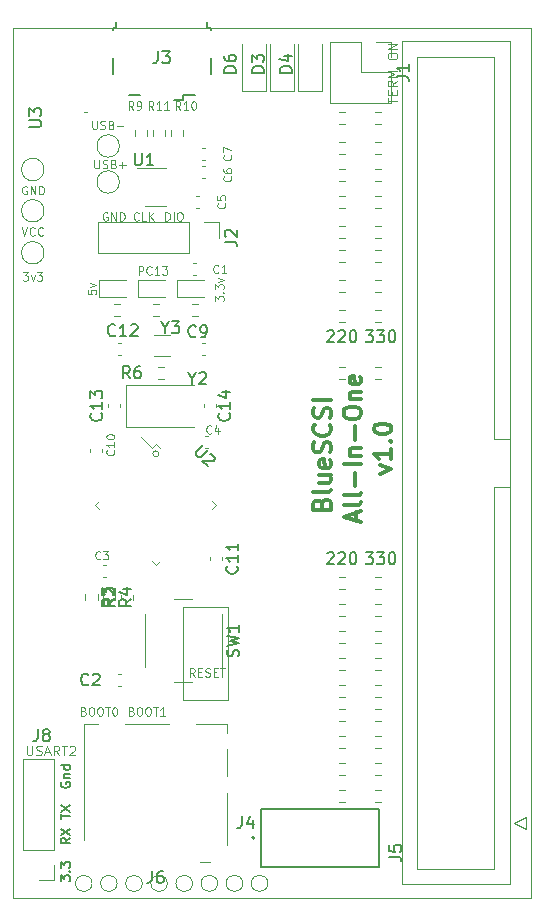
<source format=gbr>
%TF.GenerationSoftware,KiCad,Pcbnew,(5.1.7-0-10_14)*%
%TF.CreationDate,2021-05-27T20:48:50-05:00*%
%TF.ProjectId,bluepill_scsi,626c7565-7069-46c6-9c5f-736373692e6b,rev?*%
%TF.SameCoordinates,Original*%
%TF.FileFunction,Legend,Top*%
%TF.FilePolarity,Positive*%
%FSLAX46Y46*%
G04 Gerber Fmt 4.6, Leading zero omitted, Abs format (unit mm)*
G04 Created by KiCad (PCBNEW (5.1.7-0-10_14)) date 2021-05-27 20:48:50*
%MOMM*%
%LPD*%
G01*
G04 APERTURE LIST*
%ADD10C,0.100000*%
%ADD11C,0.120000*%
%ADD12C,0.150000*%
%TA.AperFunction,Profile*%
%ADD13C,0.050000*%
%TD*%
%ADD14C,0.300000*%
%ADD15C,0.127000*%
%ADD16C,0.200000*%
G04 APERTURE END LIST*
D10*
X72263066Y-89007200D02*
X72196400Y-88973866D01*
X72096400Y-88973866D01*
X71996400Y-89007200D01*
X71929733Y-89073866D01*
X71896400Y-89140533D01*
X71863066Y-89273866D01*
X71863066Y-89373866D01*
X71896400Y-89507200D01*
X71929733Y-89573866D01*
X71996400Y-89640533D01*
X72096400Y-89673866D01*
X72163066Y-89673866D01*
X72263066Y-89640533D01*
X72296400Y-89607200D01*
X72296400Y-89373866D01*
X72163066Y-89373866D01*
X72596400Y-89673866D02*
X72596400Y-88973866D01*
X72996400Y-89673866D01*
X72996400Y-88973866D01*
X73329733Y-89673866D02*
X73329733Y-88973866D01*
X73496400Y-88973866D01*
X73596400Y-89007200D01*
X73663066Y-89073866D01*
X73696400Y-89140533D01*
X73729733Y-89273866D01*
X73729733Y-89373866D01*
X73696400Y-89507200D01*
X73663066Y-89573866D01*
X73596400Y-89640533D01*
X73496400Y-89673866D01*
X73329733Y-89673866D01*
D11*
X83439000Y-111633000D02*
G75*
G03*
X83439000Y-111633000I-254000J0D01*
G01*
D10*
X77804333Y-83436666D02*
X77804333Y-84003333D01*
X77837666Y-84070000D01*
X77871000Y-84103333D01*
X77937666Y-84136666D01*
X78071000Y-84136666D01*
X78137666Y-84103333D01*
X78171000Y-84070000D01*
X78204333Y-84003333D01*
X78204333Y-83436666D01*
X78504333Y-84103333D02*
X78604333Y-84136666D01*
X78771000Y-84136666D01*
X78837666Y-84103333D01*
X78871000Y-84070000D01*
X78904333Y-84003333D01*
X78904333Y-83936666D01*
X78871000Y-83870000D01*
X78837666Y-83836666D01*
X78771000Y-83803333D01*
X78637666Y-83770000D01*
X78571000Y-83736666D01*
X78537666Y-83703333D01*
X78504333Y-83636666D01*
X78504333Y-83570000D01*
X78537666Y-83503333D01*
X78571000Y-83470000D01*
X78637666Y-83436666D01*
X78804333Y-83436666D01*
X78904333Y-83470000D01*
X79437666Y-83770000D02*
X79537666Y-83803333D01*
X79571000Y-83836666D01*
X79604333Y-83903333D01*
X79604333Y-84003333D01*
X79571000Y-84070000D01*
X79537666Y-84103333D01*
X79471000Y-84136666D01*
X79204333Y-84136666D01*
X79204333Y-83436666D01*
X79437666Y-83436666D01*
X79504333Y-83470000D01*
X79537666Y-83503333D01*
X79571000Y-83570000D01*
X79571000Y-83636666D01*
X79537666Y-83703333D01*
X79504333Y-83736666D01*
X79437666Y-83770000D01*
X79204333Y-83770000D01*
X79904333Y-83870000D02*
X80437666Y-83870000D01*
X77994833Y-86764066D02*
X77994833Y-87330733D01*
X78028166Y-87397400D01*
X78061500Y-87430733D01*
X78128166Y-87464066D01*
X78261500Y-87464066D01*
X78328166Y-87430733D01*
X78361500Y-87397400D01*
X78394833Y-87330733D01*
X78394833Y-86764066D01*
X78694833Y-87430733D02*
X78794833Y-87464066D01*
X78961500Y-87464066D01*
X79028166Y-87430733D01*
X79061500Y-87397400D01*
X79094833Y-87330733D01*
X79094833Y-87264066D01*
X79061500Y-87197400D01*
X79028166Y-87164066D01*
X78961500Y-87130733D01*
X78828166Y-87097400D01*
X78761500Y-87064066D01*
X78728166Y-87030733D01*
X78694833Y-86964066D01*
X78694833Y-86897400D01*
X78728166Y-86830733D01*
X78761500Y-86797400D01*
X78828166Y-86764066D01*
X78994833Y-86764066D01*
X79094833Y-86797400D01*
X79628166Y-87097400D02*
X79728166Y-87130733D01*
X79761500Y-87164066D01*
X79794833Y-87230733D01*
X79794833Y-87330733D01*
X79761500Y-87397400D01*
X79728166Y-87430733D01*
X79661500Y-87464066D01*
X79394833Y-87464066D01*
X79394833Y-86764066D01*
X79628166Y-86764066D01*
X79694833Y-86797400D01*
X79728166Y-86830733D01*
X79761500Y-86897400D01*
X79761500Y-86964066D01*
X79728166Y-87030733D01*
X79694833Y-87064066D01*
X79628166Y-87097400D01*
X79394833Y-87097400D01*
X80094833Y-87197400D02*
X80628166Y-87197400D01*
X80361500Y-87464066D02*
X80361500Y-86930733D01*
X71837666Y-92453666D02*
X72071000Y-93153666D01*
X72304333Y-92453666D01*
X72937666Y-93087000D02*
X72904333Y-93120333D01*
X72804333Y-93153666D01*
X72737666Y-93153666D01*
X72637666Y-93120333D01*
X72571000Y-93053666D01*
X72537666Y-92987000D01*
X72504333Y-92853666D01*
X72504333Y-92753666D01*
X72537666Y-92620333D01*
X72571000Y-92553666D01*
X72637666Y-92487000D01*
X72737666Y-92453666D01*
X72804333Y-92453666D01*
X72904333Y-92487000D01*
X72937666Y-92520333D01*
X73637666Y-93087000D02*
X73604333Y-93120333D01*
X73504333Y-93153666D01*
X73437666Y-93153666D01*
X73337666Y-93120333D01*
X73271000Y-93053666D01*
X73237666Y-92987000D01*
X73204333Y-92853666D01*
X73204333Y-92753666D01*
X73237666Y-92620333D01*
X73271000Y-92553666D01*
X73337666Y-92487000D01*
X73437666Y-92453666D01*
X73504333Y-92453666D01*
X73604333Y-92487000D01*
X73637666Y-92520333D01*
X71937666Y-96263666D02*
X72371000Y-96263666D01*
X72137666Y-96530333D01*
X72237666Y-96530333D01*
X72304333Y-96563666D01*
X72337666Y-96597000D01*
X72371000Y-96663666D01*
X72371000Y-96830333D01*
X72337666Y-96897000D01*
X72304333Y-96930333D01*
X72237666Y-96963666D01*
X72037666Y-96963666D01*
X71971000Y-96930333D01*
X71937666Y-96897000D01*
X72604333Y-96497000D02*
X72771000Y-96963666D01*
X72937666Y-96497000D01*
X73137666Y-96263666D02*
X73571000Y-96263666D01*
X73337666Y-96530333D01*
X73437666Y-96530333D01*
X73504333Y-96563666D01*
X73537666Y-96597000D01*
X73571000Y-96663666D01*
X73571000Y-96830333D01*
X73537666Y-96897000D01*
X73504333Y-96930333D01*
X73437666Y-96963666D01*
X73237666Y-96963666D01*
X73171000Y-96930333D01*
X73137666Y-96897000D01*
X77075666Y-133427000D02*
X77175666Y-133460333D01*
X77209000Y-133493666D01*
X77242333Y-133560333D01*
X77242333Y-133660333D01*
X77209000Y-133727000D01*
X77175666Y-133760333D01*
X77109000Y-133793666D01*
X76842333Y-133793666D01*
X76842333Y-133093666D01*
X77075666Y-133093666D01*
X77142333Y-133127000D01*
X77175666Y-133160333D01*
X77209000Y-133227000D01*
X77209000Y-133293666D01*
X77175666Y-133360333D01*
X77142333Y-133393666D01*
X77075666Y-133427000D01*
X76842333Y-133427000D01*
X77675666Y-133093666D02*
X77809000Y-133093666D01*
X77875666Y-133127000D01*
X77942333Y-133193666D01*
X77975666Y-133327000D01*
X77975666Y-133560333D01*
X77942333Y-133693666D01*
X77875666Y-133760333D01*
X77809000Y-133793666D01*
X77675666Y-133793666D01*
X77609000Y-133760333D01*
X77542333Y-133693666D01*
X77509000Y-133560333D01*
X77509000Y-133327000D01*
X77542333Y-133193666D01*
X77609000Y-133127000D01*
X77675666Y-133093666D01*
X78409000Y-133093666D02*
X78542333Y-133093666D01*
X78609000Y-133127000D01*
X78675666Y-133193666D01*
X78709000Y-133327000D01*
X78709000Y-133560333D01*
X78675666Y-133693666D01*
X78609000Y-133760333D01*
X78542333Y-133793666D01*
X78409000Y-133793666D01*
X78342333Y-133760333D01*
X78275666Y-133693666D01*
X78242333Y-133560333D01*
X78242333Y-133327000D01*
X78275666Y-133193666D01*
X78342333Y-133127000D01*
X78409000Y-133093666D01*
X78909000Y-133093666D02*
X79309000Y-133093666D01*
X79109000Y-133793666D02*
X79109000Y-133093666D01*
X79675666Y-133093666D02*
X79742333Y-133093666D01*
X79809000Y-133127000D01*
X79842333Y-133160333D01*
X79875666Y-133227000D01*
X79909000Y-133360333D01*
X79909000Y-133527000D01*
X79875666Y-133660333D01*
X79842333Y-133727000D01*
X79809000Y-133760333D01*
X79742333Y-133793666D01*
X79675666Y-133793666D01*
X79609000Y-133760333D01*
X79575666Y-133727000D01*
X79542333Y-133660333D01*
X79509000Y-133527000D01*
X79509000Y-133360333D01*
X79542333Y-133227000D01*
X79575666Y-133160333D01*
X79609000Y-133127000D01*
X79675666Y-133093666D01*
X81139666Y-133427000D02*
X81239666Y-133460333D01*
X81273000Y-133493666D01*
X81306333Y-133560333D01*
X81306333Y-133660333D01*
X81273000Y-133727000D01*
X81239666Y-133760333D01*
X81173000Y-133793666D01*
X80906333Y-133793666D01*
X80906333Y-133093666D01*
X81139666Y-133093666D01*
X81206333Y-133127000D01*
X81239666Y-133160333D01*
X81273000Y-133227000D01*
X81273000Y-133293666D01*
X81239666Y-133360333D01*
X81206333Y-133393666D01*
X81139666Y-133427000D01*
X80906333Y-133427000D01*
X81739666Y-133093666D02*
X81873000Y-133093666D01*
X81939666Y-133127000D01*
X82006333Y-133193666D01*
X82039666Y-133327000D01*
X82039666Y-133560333D01*
X82006333Y-133693666D01*
X81939666Y-133760333D01*
X81873000Y-133793666D01*
X81739666Y-133793666D01*
X81673000Y-133760333D01*
X81606333Y-133693666D01*
X81573000Y-133560333D01*
X81573000Y-133327000D01*
X81606333Y-133193666D01*
X81673000Y-133127000D01*
X81739666Y-133093666D01*
X82473000Y-133093666D02*
X82606333Y-133093666D01*
X82673000Y-133127000D01*
X82739666Y-133193666D01*
X82773000Y-133327000D01*
X82773000Y-133560333D01*
X82739666Y-133693666D01*
X82673000Y-133760333D01*
X82606333Y-133793666D01*
X82473000Y-133793666D01*
X82406333Y-133760333D01*
X82339666Y-133693666D01*
X82306333Y-133560333D01*
X82306333Y-133327000D01*
X82339666Y-133193666D01*
X82406333Y-133127000D01*
X82473000Y-133093666D01*
X82973000Y-133093666D02*
X83373000Y-133093666D01*
X83173000Y-133793666D02*
X83173000Y-133093666D01*
X83973000Y-133793666D02*
X83573000Y-133793666D01*
X83773000Y-133793666D02*
X83773000Y-133093666D01*
X83706333Y-133193666D01*
X83639666Y-133260333D01*
X83573000Y-133293666D01*
D11*
X85471000Y-132461000D02*
X89281000Y-132461000D01*
X85471000Y-132461000D02*
X85471000Y-124587000D01*
X89281000Y-124587000D02*
X89281000Y-132461000D01*
X85471000Y-124587000D02*
X89281000Y-124587000D01*
D10*
X86486333Y-130491666D02*
X86253000Y-130158333D01*
X86086333Y-130491666D02*
X86086333Y-129791666D01*
X86353000Y-129791666D01*
X86419666Y-129825000D01*
X86453000Y-129858333D01*
X86486333Y-129925000D01*
X86486333Y-130025000D01*
X86453000Y-130091666D01*
X86419666Y-130125000D01*
X86353000Y-130158333D01*
X86086333Y-130158333D01*
X86786333Y-130125000D02*
X87019666Y-130125000D01*
X87119666Y-130491666D02*
X86786333Y-130491666D01*
X86786333Y-129791666D01*
X87119666Y-129791666D01*
X87386333Y-130458333D02*
X87486333Y-130491666D01*
X87653000Y-130491666D01*
X87719666Y-130458333D01*
X87753000Y-130425000D01*
X87786333Y-130358333D01*
X87786333Y-130291666D01*
X87753000Y-130225000D01*
X87719666Y-130191666D01*
X87653000Y-130158333D01*
X87519666Y-130125000D01*
X87453000Y-130091666D01*
X87419666Y-130058333D01*
X87386333Y-129991666D01*
X87386333Y-129925000D01*
X87419666Y-129858333D01*
X87453000Y-129825000D01*
X87519666Y-129791666D01*
X87686333Y-129791666D01*
X87786333Y-129825000D01*
X88086333Y-130125000D02*
X88319666Y-130125000D01*
X88419666Y-130491666D02*
X88086333Y-130491666D01*
X88086333Y-129791666D01*
X88419666Y-129791666D01*
X88619666Y-129791666D02*
X89019666Y-129791666D01*
X88819666Y-130491666D02*
X88819666Y-129791666D01*
X79095666Y-91217000D02*
X79029000Y-91183666D01*
X78929000Y-91183666D01*
X78829000Y-91217000D01*
X78762333Y-91283666D01*
X78729000Y-91350333D01*
X78695666Y-91483666D01*
X78695666Y-91583666D01*
X78729000Y-91717000D01*
X78762333Y-91783666D01*
X78829000Y-91850333D01*
X78929000Y-91883666D01*
X78995666Y-91883666D01*
X79095666Y-91850333D01*
X79129000Y-91817000D01*
X79129000Y-91583666D01*
X78995666Y-91583666D01*
X79429000Y-91883666D02*
X79429000Y-91183666D01*
X79829000Y-91883666D01*
X79829000Y-91183666D01*
X80162333Y-91883666D02*
X80162333Y-91183666D01*
X80329000Y-91183666D01*
X80429000Y-91217000D01*
X80495666Y-91283666D01*
X80529000Y-91350333D01*
X80562333Y-91483666D01*
X80562333Y-91583666D01*
X80529000Y-91717000D01*
X80495666Y-91783666D01*
X80429000Y-91850333D01*
X80329000Y-91883666D01*
X80162333Y-91883666D01*
X83992333Y-91883666D02*
X83992333Y-91183666D01*
X84159000Y-91183666D01*
X84259000Y-91217000D01*
X84325666Y-91283666D01*
X84359000Y-91350333D01*
X84392333Y-91483666D01*
X84392333Y-91583666D01*
X84359000Y-91717000D01*
X84325666Y-91783666D01*
X84259000Y-91850333D01*
X84159000Y-91883666D01*
X83992333Y-91883666D01*
X84692333Y-91883666D02*
X84692333Y-91183666D01*
X85159000Y-91183666D02*
X85292333Y-91183666D01*
X85359000Y-91217000D01*
X85425666Y-91283666D01*
X85459000Y-91417000D01*
X85459000Y-91650333D01*
X85425666Y-91783666D01*
X85359000Y-91850333D01*
X85292333Y-91883666D01*
X85159000Y-91883666D01*
X85092333Y-91850333D01*
X85025666Y-91783666D01*
X84992333Y-91650333D01*
X84992333Y-91417000D01*
X85025666Y-91283666D01*
X85092333Y-91217000D01*
X85159000Y-91183666D01*
X81752333Y-91817000D02*
X81719000Y-91850333D01*
X81619000Y-91883666D01*
X81552333Y-91883666D01*
X81452333Y-91850333D01*
X81385666Y-91783666D01*
X81352333Y-91717000D01*
X81319000Y-91583666D01*
X81319000Y-91483666D01*
X81352333Y-91350333D01*
X81385666Y-91283666D01*
X81452333Y-91217000D01*
X81552333Y-91183666D01*
X81619000Y-91183666D01*
X81719000Y-91217000D01*
X81752333Y-91250333D01*
X82385666Y-91883666D02*
X82052333Y-91883666D01*
X82052333Y-91183666D01*
X82619000Y-91883666D02*
X82619000Y-91183666D01*
X83019000Y-91883666D02*
X82719000Y-91483666D01*
X83019000Y-91183666D02*
X82619000Y-91583666D01*
D12*
X97694904Y-101274619D02*
X97742523Y-101227000D01*
X97837761Y-101179380D01*
X98075857Y-101179380D01*
X98171095Y-101227000D01*
X98218714Y-101274619D01*
X98266333Y-101369857D01*
X98266333Y-101465095D01*
X98218714Y-101607952D01*
X97647285Y-102179380D01*
X98266333Y-102179380D01*
X98647285Y-101274619D02*
X98694904Y-101227000D01*
X98790142Y-101179380D01*
X99028238Y-101179380D01*
X99123476Y-101227000D01*
X99171095Y-101274619D01*
X99218714Y-101369857D01*
X99218714Y-101465095D01*
X99171095Y-101607952D01*
X98599666Y-102179380D01*
X99218714Y-102179380D01*
X99837761Y-101179380D02*
X99933000Y-101179380D01*
X100028238Y-101227000D01*
X100075857Y-101274619D01*
X100123476Y-101369857D01*
X100171095Y-101560333D01*
X100171095Y-101798428D01*
X100123476Y-101988904D01*
X100075857Y-102084142D01*
X100028238Y-102131761D01*
X99933000Y-102179380D01*
X99837761Y-102179380D01*
X99742523Y-102131761D01*
X99694904Y-102084142D01*
X99647285Y-101988904D01*
X99599666Y-101798428D01*
X99599666Y-101560333D01*
X99647285Y-101369857D01*
X99694904Y-101274619D01*
X99742523Y-101227000D01*
X99837761Y-101179380D01*
X100949285Y-101179380D02*
X101568333Y-101179380D01*
X101235000Y-101560333D01*
X101377857Y-101560333D01*
X101473095Y-101607952D01*
X101520714Y-101655571D01*
X101568333Y-101750809D01*
X101568333Y-101988904D01*
X101520714Y-102084142D01*
X101473095Y-102131761D01*
X101377857Y-102179380D01*
X101092142Y-102179380D01*
X100996904Y-102131761D01*
X100949285Y-102084142D01*
X101901666Y-101179380D02*
X102520714Y-101179380D01*
X102187380Y-101560333D01*
X102330238Y-101560333D01*
X102425476Y-101607952D01*
X102473095Y-101655571D01*
X102520714Y-101750809D01*
X102520714Y-101988904D01*
X102473095Y-102084142D01*
X102425476Y-102131761D01*
X102330238Y-102179380D01*
X102044523Y-102179380D01*
X101949285Y-102131761D01*
X101901666Y-102084142D01*
X103139761Y-101179380D02*
X103235000Y-101179380D01*
X103330238Y-101227000D01*
X103377857Y-101274619D01*
X103425476Y-101369857D01*
X103473095Y-101560333D01*
X103473095Y-101798428D01*
X103425476Y-101988904D01*
X103377857Y-102084142D01*
X103330238Y-102131761D01*
X103235000Y-102179380D01*
X103139761Y-102179380D01*
X103044523Y-102131761D01*
X102996904Y-102084142D01*
X102949285Y-101988904D01*
X102901666Y-101798428D01*
X102901666Y-101560333D01*
X102949285Y-101369857D01*
X102996904Y-101274619D01*
X103044523Y-101227000D01*
X103139761Y-101179380D01*
D10*
X81731000Y-96455666D02*
X81731000Y-95755666D01*
X81997666Y-95755666D01*
X82064333Y-95789000D01*
X82097666Y-95822333D01*
X82131000Y-95889000D01*
X82131000Y-95989000D01*
X82097666Y-96055666D01*
X82064333Y-96089000D01*
X81997666Y-96122333D01*
X81731000Y-96122333D01*
X82831000Y-96389000D02*
X82797666Y-96422333D01*
X82697666Y-96455666D01*
X82631000Y-96455666D01*
X82531000Y-96422333D01*
X82464333Y-96355666D01*
X82431000Y-96289000D01*
X82397666Y-96155666D01*
X82397666Y-96055666D01*
X82431000Y-95922333D01*
X82464333Y-95855666D01*
X82531000Y-95789000D01*
X82631000Y-95755666D01*
X82697666Y-95755666D01*
X82797666Y-95789000D01*
X82831000Y-95822333D01*
X83497666Y-96455666D02*
X83097666Y-96455666D01*
X83297666Y-96455666D02*
X83297666Y-95755666D01*
X83231000Y-95855666D01*
X83164333Y-95922333D01*
X83097666Y-95955666D01*
X83731000Y-95755666D02*
X84164333Y-95755666D01*
X83931000Y-96022333D01*
X84031000Y-96022333D01*
X84097666Y-96055666D01*
X84131000Y-96089000D01*
X84164333Y-96155666D01*
X84164333Y-96322333D01*
X84131000Y-96389000D01*
X84097666Y-96422333D01*
X84031000Y-96455666D01*
X83831000Y-96455666D01*
X83764333Y-96422333D01*
X83731000Y-96389000D01*
X88224566Y-98713800D02*
X88224566Y-98280466D01*
X88491233Y-98513800D01*
X88491233Y-98413800D01*
X88524566Y-98347133D01*
X88557900Y-98313800D01*
X88624566Y-98280466D01*
X88791233Y-98280466D01*
X88857900Y-98313800D01*
X88891233Y-98347133D01*
X88924566Y-98413800D01*
X88924566Y-98613800D01*
X88891233Y-98680466D01*
X88857900Y-98713800D01*
X88857900Y-97980466D02*
X88891233Y-97947133D01*
X88924566Y-97980466D01*
X88891233Y-98013800D01*
X88857900Y-97980466D01*
X88924566Y-97980466D01*
X88224566Y-97713800D02*
X88224566Y-97280466D01*
X88491233Y-97513800D01*
X88491233Y-97413800D01*
X88524566Y-97347133D01*
X88557900Y-97313800D01*
X88624566Y-97280466D01*
X88791233Y-97280466D01*
X88857900Y-97313800D01*
X88891233Y-97347133D01*
X88924566Y-97413800D01*
X88924566Y-97613800D01*
X88891233Y-97680466D01*
X88857900Y-97713800D01*
X88457900Y-97047133D02*
X88924566Y-96880466D01*
X88457900Y-96713800D01*
X77416866Y-97763000D02*
X77416866Y-98096333D01*
X77750200Y-98129666D01*
X77716866Y-98096333D01*
X77683533Y-98029666D01*
X77683533Y-97863000D01*
X77716866Y-97796333D01*
X77750200Y-97763000D01*
X77816866Y-97729666D01*
X77983533Y-97729666D01*
X78050200Y-97763000D01*
X78083533Y-97796333D01*
X78116866Y-97863000D01*
X78116866Y-98029666D01*
X78083533Y-98096333D01*
X78050200Y-98129666D01*
X77650200Y-97496333D02*
X78116866Y-97329666D01*
X77650200Y-97163000D01*
X72256904Y-136340904D02*
X72256904Y-136988523D01*
X72295000Y-137064714D01*
X72333095Y-137102809D01*
X72409285Y-137140904D01*
X72561666Y-137140904D01*
X72637857Y-137102809D01*
X72675952Y-137064714D01*
X72714047Y-136988523D01*
X72714047Y-136340904D01*
X73056904Y-137102809D02*
X73171190Y-137140904D01*
X73361666Y-137140904D01*
X73437857Y-137102809D01*
X73475952Y-137064714D01*
X73514047Y-136988523D01*
X73514047Y-136912333D01*
X73475952Y-136836142D01*
X73437857Y-136798047D01*
X73361666Y-136759952D01*
X73209285Y-136721857D01*
X73133095Y-136683761D01*
X73095000Y-136645666D01*
X73056904Y-136569476D01*
X73056904Y-136493285D01*
X73095000Y-136417095D01*
X73133095Y-136379000D01*
X73209285Y-136340904D01*
X73399761Y-136340904D01*
X73514047Y-136379000D01*
X73818809Y-136912333D02*
X74199761Y-136912333D01*
X73742619Y-137140904D02*
X74009285Y-136340904D01*
X74275952Y-137140904D01*
X74999761Y-137140904D02*
X74733095Y-136759952D01*
X74542619Y-137140904D02*
X74542619Y-136340904D01*
X74847380Y-136340904D01*
X74923571Y-136379000D01*
X74961666Y-136417095D01*
X74999761Y-136493285D01*
X74999761Y-136607571D01*
X74961666Y-136683761D01*
X74923571Y-136721857D01*
X74847380Y-136759952D01*
X74542619Y-136759952D01*
X75228333Y-136340904D02*
X75685476Y-136340904D01*
X75456904Y-137140904D02*
X75456904Y-136340904D01*
X75914047Y-136417095D02*
X75952142Y-136379000D01*
X76028333Y-136340904D01*
X76218809Y-136340904D01*
X76295000Y-136379000D01*
X76333095Y-136417095D01*
X76371190Y-136493285D01*
X76371190Y-136569476D01*
X76333095Y-136683761D01*
X75875952Y-137140904D01*
X76371190Y-137140904D01*
D11*
X77343000Y-82677000D02*
X77089000Y-82677000D01*
D13*
X71755000Y-149225000D02*
X71120000Y-149225000D01*
X71120000Y-147955000D02*
X71120000Y-149225000D01*
X114935000Y-149225000D02*
X71755000Y-149225000D01*
X114935000Y-147955000D02*
X114935000Y-149225000D01*
D12*
X75126904Y-147827380D02*
X75126904Y-147332142D01*
X75431666Y-147598809D01*
X75431666Y-147484523D01*
X75469761Y-147408333D01*
X75507857Y-147370238D01*
X75584047Y-147332142D01*
X75774523Y-147332142D01*
X75850714Y-147370238D01*
X75888809Y-147408333D01*
X75926904Y-147484523D01*
X75926904Y-147713095D01*
X75888809Y-147789285D01*
X75850714Y-147827380D01*
X75850714Y-146989285D02*
X75888809Y-146951190D01*
X75926904Y-146989285D01*
X75888809Y-147027380D01*
X75850714Y-146989285D01*
X75926904Y-146989285D01*
X75126904Y-146684523D02*
X75126904Y-146189285D01*
X75431666Y-146455952D01*
X75431666Y-146341666D01*
X75469761Y-146265476D01*
X75507857Y-146227380D01*
X75584047Y-146189285D01*
X75774523Y-146189285D01*
X75850714Y-146227380D01*
X75888809Y-146265476D01*
X75926904Y-146341666D01*
X75926904Y-146570238D01*
X75888809Y-146646428D01*
X75850714Y-146684523D01*
X75926904Y-144170238D02*
X75545952Y-144436904D01*
X75926904Y-144627380D02*
X75126904Y-144627380D01*
X75126904Y-144322619D01*
X75165000Y-144246428D01*
X75203095Y-144208333D01*
X75279285Y-144170238D01*
X75393571Y-144170238D01*
X75469761Y-144208333D01*
X75507857Y-144246428D01*
X75545952Y-144322619D01*
X75545952Y-144627380D01*
X75126904Y-143903571D02*
X75926904Y-143370238D01*
X75126904Y-143370238D02*
X75926904Y-143903571D01*
X75126904Y-142570238D02*
X75126904Y-142113095D01*
X75926904Y-142341666D02*
X75126904Y-142341666D01*
X75126904Y-141922619D02*
X75926904Y-141389285D01*
X75126904Y-141389285D02*
X75926904Y-141922619D01*
X75165000Y-139446428D02*
X75126904Y-139522619D01*
X75126904Y-139636904D01*
X75165000Y-139751190D01*
X75241190Y-139827380D01*
X75317380Y-139865476D01*
X75469761Y-139903571D01*
X75584047Y-139903571D01*
X75736428Y-139865476D01*
X75812619Y-139827380D01*
X75888809Y-139751190D01*
X75926904Y-139636904D01*
X75926904Y-139560714D01*
X75888809Y-139446428D01*
X75850714Y-139408333D01*
X75584047Y-139408333D01*
X75584047Y-139560714D01*
X75393571Y-139065476D02*
X75926904Y-139065476D01*
X75469761Y-139065476D02*
X75431666Y-139027380D01*
X75393571Y-138951190D01*
X75393571Y-138836904D01*
X75431666Y-138760714D01*
X75507857Y-138722619D01*
X75926904Y-138722619D01*
X75926904Y-137998809D02*
X75126904Y-137998809D01*
X75888809Y-137998809D02*
X75926904Y-138075000D01*
X75926904Y-138227380D01*
X75888809Y-138303571D01*
X75850714Y-138341666D01*
X75774523Y-138379761D01*
X75545952Y-138379761D01*
X75469761Y-138341666D01*
X75431666Y-138303571D01*
X75393571Y-138227380D01*
X75393571Y-138075000D01*
X75431666Y-137998809D01*
X100949285Y-119975380D02*
X101568333Y-119975380D01*
X101235000Y-120356333D01*
X101377857Y-120356333D01*
X101473095Y-120403952D01*
X101520714Y-120451571D01*
X101568333Y-120546809D01*
X101568333Y-120784904D01*
X101520714Y-120880142D01*
X101473095Y-120927761D01*
X101377857Y-120975380D01*
X101092142Y-120975380D01*
X100996904Y-120927761D01*
X100949285Y-120880142D01*
X101901666Y-119975380D02*
X102520714Y-119975380D01*
X102187380Y-120356333D01*
X102330238Y-120356333D01*
X102425476Y-120403952D01*
X102473095Y-120451571D01*
X102520714Y-120546809D01*
X102520714Y-120784904D01*
X102473095Y-120880142D01*
X102425476Y-120927761D01*
X102330238Y-120975380D01*
X102044523Y-120975380D01*
X101949285Y-120927761D01*
X101901666Y-120880142D01*
X103139761Y-119975380D02*
X103235000Y-119975380D01*
X103330238Y-120023000D01*
X103377857Y-120070619D01*
X103425476Y-120165857D01*
X103473095Y-120356333D01*
X103473095Y-120594428D01*
X103425476Y-120784904D01*
X103377857Y-120880142D01*
X103330238Y-120927761D01*
X103235000Y-120975380D01*
X103139761Y-120975380D01*
X103044523Y-120927761D01*
X102996904Y-120880142D01*
X102949285Y-120784904D01*
X102901666Y-120594428D01*
X102901666Y-120356333D01*
X102949285Y-120165857D01*
X102996904Y-120070619D01*
X103044523Y-120023000D01*
X103139761Y-119975380D01*
X97694904Y-120070619D02*
X97742523Y-120023000D01*
X97837761Y-119975380D01*
X98075857Y-119975380D01*
X98171095Y-120023000D01*
X98218714Y-120070619D01*
X98266333Y-120165857D01*
X98266333Y-120261095D01*
X98218714Y-120403952D01*
X97647285Y-120975380D01*
X98266333Y-120975380D01*
X98647285Y-120070619D02*
X98694904Y-120023000D01*
X98790142Y-119975380D01*
X99028238Y-119975380D01*
X99123476Y-120023000D01*
X99171095Y-120070619D01*
X99218714Y-120165857D01*
X99218714Y-120261095D01*
X99171095Y-120403952D01*
X98599666Y-120975380D01*
X99218714Y-120975380D01*
X99837761Y-119975380D02*
X99933000Y-119975380D01*
X100028238Y-120023000D01*
X100075857Y-120070619D01*
X100123476Y-120165857D01*
X100171095Y-120356333D01*
X100171095Y-120594428D01*
X100123476Y-120784904D01*
X100075857Y-120880142D01*
X100028238Y-120927761D01*
X99933000Y-120975380D01*
X99837761Y-120975380D01*
X99742523Y-120927761D01*
X99694904Y-120880142D01*
X99647285Y-120784904D01*
X99599666Y-120594428D01*
X99599666Y-120356333D01*
X99647285Y-120165857D01*
X99694904Y-120070619D01*
X99742523Y-120023000D01*
X99837761Y-119975380D01*
D10*
X102812904Y-81965476D02*
X102812904Y-81508333D01*
X103612904Y-81736904D02*
X102812904Y-81736904D01*
X103193857Y-81241666D02*
X103193857Y-80975000D01*
X103612904Y-80860714D02*
X103612904Y-81241666D01*
X102812904Y-81241666D01*
X102812904Y-80860714D01*
X103612904Y-80060714D02*
X103231952Y-80327380D01*
X103612904Y-80517857D02*
X102812904Y-80517857D01*
X102812904Y-80213095D01*
X102851000Y-80136904D01*
X102889095Y-80098809D01*
X102965285Y-80060714D01*
X103079571Y-80060714D01*
X103155761Y-80098809D01*
X103193857Y-80136904D01*
X103231952Y-80213095D01*
X103231952Y-80517857D01*
X103612904Y-79717857D02*
X102812904Y-79717857D01*
X103384333Y-79451190D01*
X102812904Y-79184523D01*
X103612904Y-79184523D01*
X102812904Y-78041666D02*
X102812904Y-77889285D01*
X102851000Y-77813095D01*
X102927190Y-77736904D01*
X103079571Y-77698809D01*
X103346238Y-77698809D01*
X103498619Y-77736904D01*
X103574809Y-77813095D01*
X103612904Y-77889285D01*
X103612904Y-78041666D01*
X103574809Y-78117857D01*
X103498619Y-78194047D01*
X103346238Y-78232142D01*
X103079571Y-78232142D01*
X102927190Y-78194047D01*
X102851000Y-78117857D01*
X102812904Y-78041666D01*
X103612904Y-77355952D02*
X102812904Y-77355952D01*
X103612904Y-76898809D01*
X102812904Y-76898809D01*
D13*
X114935000Y-75565000D02*
X71120000Y-75565000D01*
X114935000Y-147955000D02*
X114935000Y-75565000D01*
X71120000Y-147955000D02*
X71120000Y-75565000D01*
D14*
X97253757Y-115877385D02*
X97325185Y-115663100D01*
X97396614Y-115591671D01*
X97539471Y-115520242D01*
X97753757Y-115520242D01*
X97896614Y-115591671D01*
X97968042Y-115663100D01*
X98039471Y-115805957D01*
X98039471Y-116377385D01*
X96539471Y-116377385D01*
X96539471Y-115877385D01*
X96610900Y-115734528D01*
X96682328Y-115663100D01*
X96825185Y-115591671D01*
X96968042Y-115591671D01*
X97110900Y-115663100D01*
X97182328Y-115734528D01*
X97253757Y-115877385D01*
X97253757Y-116377385D01*
X98039471Y-114663100D02*
X97968042Y-114805957D01*
X97825185Y-114877385D01*
X96539471Y-114877385D01*
X97039471Y-113448814D02*
X98039471Y-113448814D01*
X97039471Y-114091671D02*
X97825185Y-114091671D01*
X97968042Y-114020242D01*
X98039471Y-113877385D01*
X98039471Y-113663100D01*
X97968042Y-113520242D01*
X97896614Y-113448814D01*
X97968042Y-112163100D02*
X98039471Y-112305957D01*
X98039471Y-112591671D01*
X97968042Y-112734528D01*
X97825185Y-112805957D01*
X97253757Y-112805957D01*
X97110900Y-112734528D01*
X97039471Y-112591671D01*
X97039471Y-112305957D01*
X97110900Y-112163100D01*
X97253757Y-112091671D01*
X97396614Y-112091671D01*
X97539471Y-112805957D01*
X97968042Y-111520242D02*
X98039471Y-111305957D01*
X98039471Y-110948814D01*
X97968042Y-110805957D01*
X97896614Y-110734528D01*
X97753757Y-110663100D01*
X97610900Y-110663100D01*
X97468042Y-110734528D01*
X97396614Y-110805957D01*
X97325185Y-110948814D01*
X97253757Y-111234528D01*
X97182328Y-111377385D01*
X97110900Y-111448814D01*
X96968042Y-111520242D01*
X96825185Y-111520242D01*
X96682328Y-111448814D01*
X96610900Y-111377385D01*
X96539471Y-111234528D01*
X96539471Y-110877385D01*
X96610900Y-110663100D01*
X97896614Y-109163100D02*
X97968042Y-109234528D01*
X98039471Y-109448814D01*
X98039471Y-109591671D01*
X97968042Y-109805957D01*
X97825185Y-109948814D01*
X97682328Y-110020242D01*
X97396614Y-110091671D01*
X97182328Y-110091671D01*
X96896614Y-110020242D01*
X96753757Y-109948814D01*
X96610900Y-109805957D01*
X96539471Y-109591671D01*
X96539471Y-109448814D01*
X96610900Y-109234528D01*
X96682328Y-109163100D01*
X97968042Y-108591671D02*
X98039471Y-108377385D01*
X98039471Y-108020242D01*
X97968042Y-107877385D01*
X97896614Y-107805957D01*
X97753757Y-107734528D01*
X97610900Y-107734528D01*
X97468042Y-107805957D01*
X97396614Y-107877385D01*
X97325185Y-108020242D01*
X97253757Y-108305957D01*
X97182328Y-108448814D01*
X97110900Y-108520242D01*
X96968042Y-108591671D01*
X96825185Y-108591671D01*
X96682328Y-108520242D01*
X96610900Y-108448814D01*
X96539471Y-108305957D01*
X96539471Y-107948814D01*
X96610900Y-107734528D01*
X98039471Y-107091671D02*
X96539471Y-107091671D01*
X100160900Y-117305957D02*
X100160900Y-116591671D01*
X100589471Y-117448814D02*
X99089471Y-116948814D01*
X100589471Y-116448814D01*
X100589471Y-115734528D02*
X100518042Y-115877385D01*
X100375185Y-115948814D01*
X99089471Y-115948814D01*
X100589471Y-114948814D02*
X100518042Y-115091671D01*
X100375185Y-115163100D01*
X99089471Y-115163100D01*
X100018042Y-114377385D02*
X100018042Y-113234528D01*
X100589471Y-112520242D02*
X99089471Y-112520242D01*
X99589471Y-111805957D02*
X100589471Y-111805957D01*
X99732328Y-111805957D02*
X99660900Y-111734528D01*
X99589471Y-111591671D01*
X99589471Y-111377385D01*
X99660900Y-111234528D01*
X99803757Y-111163100D01*
X100589471Y-111163100D01*
X100018042Y-110448814D02*
X100018042Y-109305957D01*
X99089471Y-108305957D02*
X99089471Y-108020242D01*
X99160900Y-107877385D01*
X99303757Y-107734528D01*
X99589471Y-107663100D01*
X100089471Y-107663100D01*
X100375185Y-107734528D01*
X100518042Y-107877385D01*
X100589471Y-108020242D01*
X100589471Y-108305957D01*
X100518042Y-108448814D01*
X100375185Y-108591671D01*
X100089471Y-108663100D01*
X99589471Y-108663100D01*
X99303757Y-108591671D01*
X99160900Y-108448814D01*
X99089471Y-108305957D01*
X99589471Y-107020242D02*
X100589471Y-107020242D01*
X99732328Y-107020242D02*
X99660900Y-106948814D01*
X99589471Y-106805957D01*
X99589471Y-106591671D01*
X99660900Y-106448814D01*
X99803757Y-106377385D01*
X100589471Y-106377385D01*
X100518042Y-105091671D02*
X100589471Y-105234528D01*
X100589471Y-105520242D01*
X100518042Y-105663100D01*
X100375185Y-105734528D01*
X99803757Y-105734528D01*
X99660900Y-105663100D01*
X99589471Y-105520242D01*
X99589471Y-105234528D01*
X99660900Y-105091671D01*
X99803757Y-105020242D01*
X99946614Y-105020242D01*
X100089471Y-105734528D01*
X102139471Y-113305957D02*
X103139471Y-112948814D01*
X102139471Y-112591671D01*
X103139471Y-111234528D02*
X103139471Y-112091671D01*
X103139471Y-111663100D02*
X101639471Y-111663100D01*
X101853757Y-111805957D01*
X101996614Y-111948814D01*
X102068042Y-112091671D01*
X102996614Y-110591671D02*
X103068042Y-110520242D01*
X103139471Y-110591671D01*
X103068042Y-110663100D01*
X102996614Y-110591671D01*
X103139471Y-110591671D01*
X101639471Y-109591671D02*
X101639471Y-109448814D01*
X101710900Y-109305957D01*
X101782328Y-109234528D01*
X101925185Y-109163100D01*
X102210900Y-109091671D01*
X102568042Y-109091671D01*
X102853757Y-109163100D01*
X102996614Y-109234528D01*
X103068042Y-109305957D01*
X103139471Y-109448814D01*
X103139471Y-109591671D01*
X103068042Y-109734528D01*
X102996614Y-109805957D01*
X102853757Y-109877385D01*
X102568042Y-109948814D01*
X102210900Y-109948814D01*
X101925185Y-109877385D01*
X101782328Y-109805957D01*
X101710900Y-109734528D01*
X101639471Y-109591671D01*
D11*
%TO.C,TP14*%
X73721000Y-87566500D02*
G75*
G03*
X73721000Y-87566500I-950000J0D01*
G01*
%TO.C,J5*%
X114535000Y-142375000D02*
X113535000Y-142875000D01*
X114535000Y-143375000D02*
X114535000Y-142375000D01*
X113535000Y-142875000D02*
X114535000Y-143375000D01*
X111835000Y-110345000D02*
X113145000Y-110345000D01*
X111835000Y-110345000D02*
X111835000Y-110345000D01*
X111835000Y-78005000D02*
X111835000Y-110345000D01*
X105335000Y-78005000D02*
X111835000Y-78005000D01*
X105335000Y-146785000D02*
X105335000Y-78005000D01*
X111835000Y-146785000D02*
X105335000Y-146785000D01*
X111835000Y-114445000D02*
X111835000Y-146785000D01*
X113145000Y-114445000D02*
X111835000Y-114445000D01*
X113145000Y-76705000D02*
X113145000Y-148085000D01*
X104025000Y-76705000D02*
X113145000Y-76705000D01*
X104025000Y-148085000D02*
X104025000Y-76705000D01*
X113145000Y-148085000D02*
X104025000Y-148085000D01*
%TO.C,TP13*%
X77789000Y-148005800D02*
G75*
G03*
X77789000Y-148005800I-700000J0D01*
G01*
%TO.C,TP12*%
X79915342Y-148005800D02*
G75*
G03*
X79915342Y-148005800I-700000J0D01*
G01*
%TO.C,TP11*%
X84168026Y-148005800D02*
G75*
G03*
X84168026Y-148005800I-700000J0D01*
G01*
%TO.C,TP10*%
X88420710Y-148005800D02*
G75*
G03*
X88420710Y-148005800I-700000J0D01*
G01*
%TO.C,TP9*%
X90547052Y-148005800D02*
G75*
G03*
X90547052Y-148005800I-700000J0D01*
G01*
%TO.C,TP8*%
X92673400Y-148005800D02*
G75*
G03*
X92673400Y-148005800I-700000J0D01*
G01*
%TO.C,TP7*%
X82041684Y-148005800D02*
G75*
G03*
X82041684Y-148005800I-700000J0D01*
G01*
%TO.C,TP6*%
X86294368Y-148005800D02*
G75*
G03*
X86294368Y-148005800I-700000J0D01*
G01*
%TO.C,J1*%
X97933200Y-76736900D02*
X97933200Y-81936900D01*
X100533200Y-76736900D02*
X97933200Y-76736900D01*
X103133200Y-81936900D02*
X97933200Y-81936900D01*
X100533200Y-76736900D02*
X100533200Y-79336900D01*
X100533200Y-79336900D02*
X103133200Y-79336900D01*
X103133200Y-79336900D02*
X103133200Y-81936900D01*
X101803200Y-76736900D02*
X103133200Y-76736900D01*
X103133200Y-76736900D02*
X103133200Y-78066900D01*
%TO.C,SW1*%
X82269700Y-125208400D02*
X82269700Y-129708400D01*
X86269700Y-123958400D02*
X84769700Y-123958400D01*
X88769700Y-129708400D02*
X88769700Y-125208400D01*
X84769700Y-130958400D02*
X86269700Y-130958400D01*
%TO.C,D6*%
X90528900Y-80875700D02*
X92528900Y-80875700D01*
X92528900Y-80875700D02*
X92528900Y-76975700D01*
X90528900Y-80875700D02*
X90528900Y-76975700D01*
%TO.C,D4*%
X95240600Y-80875700D02*
X97240600Y-80875700D01*
X97240600Y-80875700D02*
X97240600Y-76975700D01*
X95240600Y-80875700D02*
X95240600Y-76975700D01*
%TO.C,D3*%
X92884750Y-80875700D02*
X94884750Y-80875700D01*
X94884750Y-80875700D02*
X94884750Y-76975700D01*
X92884750Y-80875700D02*
X92884750Y-76975700D01*
%TO.C,R47*%
X102218258Y-124318500D02*
X101743742Y-124318500D01*
X102218258Y-125363500D02*
X101743742Y-125363500D01*
%TO.C,R46*%
X98695742Y-125363500D02*
X99170258Y-125363500D01*
X98695742Y-124318500D02*
X99170258Y-124318500D01*
%TO.C,R45*%
X102218258Y-126604500D02*
X101743742Y-126604500D01*
X102218258Y-127649500D02*
X101743742Y-127649500D01*
%TO.C,R44*%
X98695742Y-127649500D02*
X99170258Y-127649500D01*
X98695742Y-126604500D02*
X99170258Y-126604500D01*
%TO.C,R43*%
X102218258Y-128890500D02*
X101743742Y-128890500D01*
X102218258Y-129935500D02*
X101743742Y-129935500D01*
%TO.C,R42*%
X98695742Y-129935500D02*
X99170258Y-129935500D01*
X98695742Y-128890500D02*
X99170258Y-128890500D01*
%TO.C,R41*%
X102218258Y-131176500D02*
X101743742Y-131176500D01*
X102218258Y-132221500D02*
X101743742Y-132221500D01*
%TO.C,R40*%
X98695742Y-132221500D02*
X99170258Y-132221500D01*
X98695742Y-131176500D02*
X99170258Y-131176500D01*
%TO.C,R39*%
X102218258Y-133208500D02*
X101743742Y-133208500D01*
X102218258Y-134253500D02*
X101743742Y-134253500D01*
%TO.C,R38*%
X98695742Y-134253500D02*
X99170258Y-134253500D01*
X98695742Y-133208500D02*
X99170258Y-133208500D01*
%TO.C,R37*%
X102218258Y-135494500D02*
X101743742Y-135494500D01*
X102218258Y-136539500D02*
X101743742Y-136539500D01*
%TO.C,R36*%
X98695742Y-136539500D02*
X99170258Y-136539500D01*
X98695742Y-135494500D02*
X99170258Y-135494500D01*
%TO.C,R35*%
X102218258Y-137780500D02*
X101743742Y-137780500D01*
X102218258Y-138825500D02*
X101743742Y-138825500D01*
%TO.C,R34*%
X98695742Y-138825500D02*
X99170258Y-138825500D01*
X98695742Y-137780500D02*
X99170258Y-137780500D01*
%TO.C,R33*%
X102218258Y-140066500D02*
X101743742Y-140066500D01*
X102218258Y-141111500D02*
X101743742Y-141111500D01*
%TO.C,R32*%
X98695742Y-141111500D02*
X99170258Y-141111500D01*
X98695742Y-140066500D02*
X99170258Y-140066500D01*
%TO.C,R31*%
X102218258Y-122032500D02*
X101743742Y-122032500D01*
X102218258Y-123077500D02*
X101743742Y-123077500D01*
%TO.C,R30*%
X98695742Y-123077500D02*
X99170258Y-123077500D01*
X98695742Y-122032500D02*
X99170258Y-122032500D01*
%TO.C,R29*%
X102218258Y-104252500D02*
X101743742Y-104252500D01*
X102218258Y-105297500D02*
X101743742Y-105297500D01*
%TO.C,R28*%
X98695742Y-105297500D02*
X99170258Y-105297500D01*
X98695742Y-104252500D02*
X99170258Y-104252500D01*
%TO.C,R27*%
X102218258Y-96886500D02*
X101743742Y-96886500D01*
X102218258Y-97931500D02*
X101743742Y-97931500D01*
%TO.C,R26*%
X98695742Y-97931500D02*
X99170258Y-97931500D01*
X98695742Y-96886500D02*
X99170258Y-96886500D01*
%TO.C,R25*%
X102218258Y-94346500D02*
X101743742Y-94346500D01*
X102218258Y-95391500D02*
X101743742Y-95391500D01*
%TO.C,R24*%
X98695742Y-95391500D02*
X99170258Y-95391500D01*
X98695742Y-94346500D02*
X99170258Y-94346500D01*
%TO.C,R23*%
X102218258Y-89774500D02*
X101743742Y-89774500D01*
X102218258Y-90819500D02*
X101743742Y-90819500D01*
%TO.C,R22*%
X98695742Y-90819500D02*
X99170258Y-90819500D01*
X98695742Y-89774500D02*
X99170258Y-89774500D01*
%TO.C,R21*%
X102218258Y-99426500D02*
X101743742Y-99426500D01*
X102218258Y-100471500D02*
X101743742Y-100471500D01*
%TO.C,R20*%
X98695742Y-100471500D02*
X99170258Y-100471500D01*
X98695742Y-99426500D02*
X99170258Y-99426500D01*
%TO.C,R19*%
X102218258Y-92314500D02*
X101743742Y-92314500D01*
X102218258Y-93359500D02*
X101743742Y-93359500D01*
%TO.C,R18*%
X98695742Y-93359500D02*
X99170258Y-93359500D01*
X98695742Y-92314500D02*
X99170258Y-92314500D01*
%TO.C,R17*%
X102218258Y-87488500D02*
X101743742Y-87488500D01*
X102218258Y-88533500D02*
X101743742Y-88533500D01*
%TO.C,R16*%
X98695742Y-88533500D02*
X99170258Y-88533500D01*
X98695742Y-87488500D02*
X99170258Y-87488500D01*
%TO.C,R15*%
X102218258Y-85202500D02*
X101743742Y-85202500D01*
X102218258Y-86247500D02*
X101743742Y-86247500D01*
%TO.C,R14*%
X98695742Y-86247500D02*
X99170258Y-86247500D01*
X98695742Y-85202500D02*
X99170258Y-85202500D01*
%TO.C,R13*%
X102218258Y-82662500D02*
X101743742Y-82662500D01*
X102218258Y-83707500D02*
X101743742Y-83707500D01*
%TO.C,R12*%
X98695742Y-83707500D02*
X99170258Y-83707500D01*
X98695742Y-82662500D02*
X99170258Y-82662500D01*
%TO.C,TP5*%
X73721000Y-91059000D02*
G75*
G03*
X73721000Y-91059000I-950000J0D01*
G01*
%TO.C,TP4*%
X73721000Y-94615000D02*
G75*
G03*
X73721000Y-94615000I-950000J0D01*
G01*
%TO.C,TP3*%
X80109100Y-85572600D02*
G75*
G03*
X80109100Y-85572600I-950000J0D01*
G01*
%TO.C,TP2*%
X80109100Y-88620600D02*
G75*
G03*
X80109100Y-88620600I-950000J0D01*
G01*
%TO.C,C6*%
X87108420Y-88267000D02*
X87389580Y-88267000D01*
X87108420Y-87247000D02*
X87389580Y-87247000D01*
%TO.C,C7*%
X87108420Y-86743000D02*
X87389580Y-86743000D01*
X87108420Y-85723000D02*
X87389580Y-85723000D01*
%TO.C,C5*%
X86600420Y-90807000D02*
X86881580Y-90807000D01*
X86600420Y-89787000D02*
X86881580Y-89787000D01*
%TO.C,J8*%
X74609000Y-137481000D02*
X71949000Y-137481000D01*
X74609000Y-145161000D02*
X74609000Y-137481000D01*
X71949000Y-145161000D02*
X71949000Y-137481000D01*
X74609000Y-145161000D02*
X71949000Y-145161000D01*
X74609000Y-146431000D02*
X74609000Y-147761000D01*
X74609000Y-147761000D02*
X73279000Y-147761000D01*
%TO.C,J6*%
X87775000Y-146155000D02*
X86915000Y-146155000D01*
X77075000Y-134515000D02*
X77075000Y-144335000D01*
X78305000Y-134515000D02*
X77075000Y-134515000D01*
X84275000Y-134515000D02*
X80605000Y-134515000D01*
X89255000Y-134515000D02*
X86575000Y-134515000D01*
X89255000Y-135235000D02*
X89255000Y-134515000D01*
X89255000Y-138935000D02*
X89255000Y-136635000D01*
X89255000Y-144785000D02*
X89255000Y-140335000D01*
%TO.C,Y2*%
X80643000Y-109369000D02*
X86393000Y-109369000D01*
X80643000Y-105769000D02*
X80643000Y-109369000D01*
X86393000Y-105769000D02*
X80643000Y-105769000D01*
%TO.C,Y3*%
X83018000Y-101614000D02*
X84368000Y-101614000D01*
X83018000Y-103364000D02*
X84368000Y-103364000D01*
%TO.C,U2*%
X82866802Y-111163887D02*
X81954634Y-110251719D01*
X83185000Y-110845689D02*
X82866802Y-111163887D01*
X83503198Y-111163887D02*
X83185000Y-110845689D01*
X88290311Y-115951000D02*
X87972113Y-116269198D01*
X87972113Y-115632802D02*
X88290311Y-115951000D01*
X78079689Y-115951000D02*
X78397887Y-115632802D01*
X78397887Y-116269198D02*
X78079689Y-115951000D01*
X83185000Y-121056311D02*
X83503198Y-120738113D01*
X82866802Y-120738113D02*
X83185000Y-121056311D01*
%TO.C,U1*%
X84085000Y-87417000D02*
X81635000Y-87417000D01*
X82285000Y-90637000D02*
X84085000Y-90637000D01*
%TO.C,R4*%
X78700100Y-123536942D02*
X78700100Y-124011458D01*
X79745100Y-123536942D02*
X79745100Y-124011458D01*
%TO.C,R3*%
X77214200Y-123536942D02*
X77214200Y-124011458D01*
X78259200Y-123536942D02*
X78259200Y-124011458D01*
%TO.C,R10*%
X84440500Y-84217742D02*
X84440500Y-84692258D01*
X85485500Y-84217742D02*
X85485500Y-84692258D01*
%TO.C,R6*%
X83392742Y-105297500D02*
X83867258Y-105297500D01*
X83392742Y-104252500D02*
X83867258Y-104252500D01*
%TO.C,R5*%
X82947742Y-99963500D02*
X83422258Y-99963500D01*
X82947742Y-98918500D02*
X83422258Y-98918500D01*
%TO.C,R11*%
X82916500Y-84217742D02*
X82916500Y-84692258D01*
X83961500Y-84217742D02*
X83961500Y-84692258D01*
%TO.C,R9*%
X82437500Y-84692258D02*
X82437500Y-84217742D01*
X81392500Y-84692258D02*
X81392500Y-84217742D01*
%TO.C,R7*%
X79645742Y-99963500D02*
X80120258Y-99963500D01*
X79645742Y-98918500D02*
X80120258Y-98918500D01*
%TO.C,R1*%
X86249742Y-99963500D02*
X86724258Y-99963500D01*
X86249742Y-98918500D02*
X86724258Y-98918500D01*
%TO.C,R2*%
X81269100Y-124024158D02*
X81269100Y-123549642D01*
X80224100Y-124024158D02*
X80224100Y-123549642D01*
%TO.C,J2*%
X88579000Y-92015000D02*
X88579000Y-93345000D01*
X87249000Y-92015000D02*
X88579000Y-92015000D01*
X85979000Y-92015000D02*
X85979000Y-94675000D01*
X85979000Y-94675000D02*
X78299000Y-94675000D01*
X85979000Y-92015000D02*
X78299000Y-92015000D01*
X78299000Y-92015000D02*
X78299000Y-94675000D01*
D12*
%TO.C,J3*%
X81893000Y-81267000D02*
X80893000Y-81267000D01*
X85493000Y-81267000D02*
X86493000Y-81267000D01*
X85493000Y-81692000D02*
X85493000Y-81267000D01*
X84768000Y-81692000D02*
X85493000Y-81692000D01*
X79543000Y-78117000D02*
X79543000Y-79517000D01*
X79543000Y-75567000D02*
X79543000Y-75717000D01*
X79843000Y-75567000D02*
X79543000Y-75567000D01*
X79843000Y-75117000D02*
X79843000Y-75567000D01*
X87543000Y-75567000D02*
X87543000Y-75117000D01*
X87843000Y-75567000D02*
X87543000Y-75567000D01*
X87843000Y-75717000D02*
X87843000Y-75567000D01*
X87843000Y-79517000D02*
X87843000Y-78117000D01*
D11*
%TO.C,D2*%
X81700000Y-98398000D02*
X83985000Y-98398000D01*
X81700000Y-96928000D02*
X81700000Y-98398000D01*
X83985000Y-96928000D02*
X81700000Y-96928000D01*
%TO.C,D5*%
X78398000Y-98398000D02*
X80683000Y-98398000D01*
X78398000Y-96928000D02*
X78398000Y-98398000D01*
X80683000Y-96928000D02*
X78398000Y-96928000D01*
%TO.C,D1*%
X85002000Y-98398000D02*
X87287000Y-98398000D01*
X85002000Y-96928000D02*
X85002000Y-98398000D01*
X87287000Y-96928000D02*
X85002000Y-96928000D01*
%TO.C,C1*%
X86614880Y-95476600D02*
X86333720Y-95476600D01*
X86614880Y-96496600D02*
X86333720Y-96496600D01*
%TO.C,C4*%
X87349420Y-111127000D02*
X87630580Y-111127000D01*
X87349420Y-110107000D02*
X87630580Y-110107000D01*
%TO.C,C3*%
X79007580Y-121016300D02*
X78726420Y-121016300D01*
X79007580Y-122036300D02*
X78726420Y-122036300D01*
%TO.C,C11*%
X87755000Y-120369420D02*
X87755000Y-120650580D01*
X88775000Y-120369420D02*
X88775000Y-120650580D01*
%TO.C,C10*%
X78615000Y-111519580D02*
X78615000Y-111238420D01*
X77595000Y-111519580D02*
X77595000Y-111238420D01*
%TO.C,C14*%
X88267000Y-107696580D02*
X88267000Y-107415420D01*
X87247000Y-107696580D02*
X87247000Y-107415420D01*
%TO.C,C13*%
X80139000Y-107709580D02*
X80139000Y-107428420D01*
X79119000Y-107709580D02*
X79119000Y-107428420D01*
%TO.C,C2*%
X80239480Y-130249200D02*
X79958320Y-130249200D01*
X80239480Y-131269200D02*
X79958320Y-131269200D01*
%TO.C,C12*%
X80277580Y-102233000D02*
X79996420Y-102233000D01*
X80277580Y-103253000D02*
X79996420Y-103253000D01*
%TO.C,C9*%
X87108420Y-103253000D02*
X87389580Y-103253000D01*
X87108420Y-102233000D02*
X87389580Y-102233000D01*
D15*
%TO.C,J4*%
X92095000Y-146645000D02*
X92095000Y-141745000D01*
X102095000Y-141745000D02*
X102095000Y-146645000D01*
X102095000Y-141745000D02*
X92095000Y-141745000D01*
X102095000Y-146645000D02*
X92095000Y-146645000D01*
D16*
X91545000Y-144145000D02*
G75*
G03*
X91545000Y-144145000I-100000J0D01*
G01*
%TD*%
%TO.C,J5*%
D12*
X102957380Y-145748333D02*
X103671666Y-145748333D01*
X103814523Y-145795952D01*
X103909761Y-145891190D01*
X103957380Y-146034047D01*
X103957380Y-146129285D01*
X102957380Y-144795952D02*
X102957380Y-145272142D01*
X103433571Y-145319761D01*
X103385952Y-145272142D01*
X103338333Y-145176904D01*
X103338333Y-144938809D01*
X103385952Y-144843571D01*
X103433571Y-144795952D01*
X103528809Y-144748333D01*
X103766904Y-144748333D01*
X103862142Y-144795952D01*
X103909761Y-144843571D01*
X103957380Y-144938809D01*
X103957380Y-145176904D01*
X103909761Y-145272142D01*
X103862142Y-145319761D01*
%TO.C,J1*%
X103585580Y-79670233D02*
X104299866Y-79670233D01*
X104442723Y-79717852D01*
X104537961Y-79813090D01*
X104585580Y-79955947D01*
X104585580Y-80051185D01*
X104585580Y-78670233D02*
X104585580Y-79241661D01*
X104585580Y-78955947D02*
X103585580Y-78955947D01*
X103728438Y-79051185D01*
X103823676Y-79146423D01*
X103871295Y-79241661D01*
%TO.C,SW1*%
X90174461Y-128791733D02*
X90222080Y-128648876D01*
X90222080Y-128410780D01*
X90174461Y-128315542D01*
X90126842Y-128267923D01*
X90031604Y-128220304D01*
X89936366Y-128220304D01*
X89841128Y-128267923D01*
X89793509Y-128315542D01*
X89745890Y-128410780D01*
X89698271Y-128601257D01*
X89650652Y-128696495D01*
X89603033Y-128744114D01*
X89507795Y-128791733D01*
X89412557Y-128791733D01*
X89317319Y-128744114D01*
X89269700Y-128696495D01*
X89222080Y-128601257D01*
X89222080Y-128363161D01*
X89269700Y-128220304D01*
X89222080Y-127886971D02*
X90222080Y-127648876D01*
X89507795Y-127458400D01*
X90222080Y-127267923D01*
X89222080Y-127029828D01*
X90222080Y-126125066D02*
X90222080Y-126696495D01*
X90222080Y-126410780D02*
X89222080Y-126410780D01*
X89364938Y-126506019D01*
X89460176Y-126601257D01*
X89507795Y-126696495D01*
%TO.C,D6*%
X89981280Y-79363795D02*
X88981280Y-79363795D01*
X88981280Y-79125700D01*
X89028900Y-78982842D01*
X89124138Y-78887604D01*
X89219376Y-78839985D01*
X89409852Y-78792366D01*
X89552709Y-78792366D01*
X89743185Y-78839985D01*
X89838423Y-78887604D01*
X89933661Y-78982842D01*
X89981280Y-79125700D01*
X89981280Y-79363795D01*
X88981280Y-77935223D02*
X88981280Y-78125700D01*
X89028900Y-78220938D01*
X89076519Y-78268557D01*
X89219376Y-78363795D01*
X89409852Y-78411414D01*
X89790804Y-78411414D01*
X89886042Y-78363795D01*
X89933661Y-78316176D01*
X89981280Y-78220938D01*
X89981280Y-78030461D01*
X89933661Y-77935223D01*
X89886042Y-77887604D01*
X89790804Y-77839985D01*
X89552709Y-77839985D01*
X89457471Y-77887604D01*
X89409852Y-77935223D01*
X89362233Y-78030461D01*
X89362233Y-78220938D01*
X89409852Y-78316176D01*
X89457471Y-78363795D01*
X89552709Y-78411414D01*
%TO.C,D4*%
X94692980Y-79363795D02*
X93692980Y-79363795D01*
X93692980Y-79125700D01*
X93740600Y-78982842D01*
X93835838Y-78887604D01*
X93931076Y-78839985D01*
X94121552Y-78792366D01*
X94264409Y-78792366D01*
X94454885Y-78839985D01*
X94550123Y-78887604D01*
X94645361Y-78982842D01*
X94692980Y-79125700D01*
X94692980Y-79363795D01*
X94026314Y-77935223D02*
X94692980Y-77935223D01*
X93645361Y-78173319D02*
X94359647Y-78411414D01*
X94359647Y-77792366D01*
%TO.C,D3*%
X92337130Y-79363795D02*
X91337130Y-79363795D01*
X91337130Y-79125700D01*
X91384750Y-78982842D01*
X91479988Y-78887604D01*
X91575226Y-78839985D01*
X91765702Y-78792366D01*
X91908559Y-78792366D01*
X92099035Y-78839985D01*
X92194273Y-78887604D01*
X92289511Y-78982842D01*
X92337130Y-79125700D01*
X92337130Y-79363795D01*
X91337130Y-78459033D02*
X91337130Y-77839985D01*
X91718083Y-78173319D01*
X91718083Y-78030461D01*
X91765702Y-77935223D01*
X91813321Y-77887604D01*
X91908559Y-77839985D01*
X92146654Y-77839985D01*
X92241892Y-77887604D01*
X92289511Y-77935223D01*
X92337130Y-78030461D01*
X92337130Y-78316176D01*
X92289511Y-78411414D01*
X92241892Y-78459033D01*
%TO.C,C6*%
D10*
X89531000Y-88127666D02*
X89564333Y-88161000D01*
X89597666Y-88261000D01*
X89597666Y-88327666D01*
X89564333Y-88427666D01*
X89497666Y-88494333D01*
X89431000Y-88527666D01*
X89297666Y-88561000D01*
X89197666Y-88561000D01*
X89064333Y-88527666D01*
X88997666Y-88494333D01*
X88931000Y-88427666D01*
X88897666Y-88327666D01*
X88897666Y-88261000D01*
X88931000Y-88161000D01*
X88964333Y-88127666D01*
X88897666Y-87527666D02*
X88897666Y-87661000D01*
X88931000Y-87727666D01*
X88964333Y-87761000D01*
X89064333Y-87827666D01*
X89197666Y-87861000D01*
X89464333Y-87861000D01*
X89531000Y-87827666D01*
X89564333Y-87794333D01*
X89597666Y-87727666D01*
X89597666Y-87594333D01*
X89564333Y-87527666D01*
X89531000Y-87494333D01*
X89464333Y-87461000D01*
X89297666Y-87461000D01*
X89231000Y-87494333D01*
X89197666Y-87527666D01*
X89164333Y-87594333D01*
X89164333Y-87727666D01*
X89197666Y-87794333D01*
X89231000Y-87827666D01*
X89297666Y-87861000D01*
%TO.C,C7*%
X89531000Y-86349666D02*
X89564333Y-86383000D01*
X89597666Y-86483000D01*
X89597666Y-86549666D01*
X89564333Y-86649666D01*
X89497666Y-86716333D01*
X89431000Y-86749666D01*
X89297666Y-86783000D01*
X89197666Y-86783000D01*
X89064333Y-86749666D01*
X88997666Y-86716333D01*
X88931000Y-86649666D01*
X88897666Y-86549666D01*
X88897666Y-86483000D01*
X88931000Y-86383000D01*
X88964333Y-86349666D01*
X88897666Y-86116333D02*
X88897666Y-85649666D01*
X89597666Y-85949666D01*
%TO.C,C5*%
X89023000Y-90413666D02*
X89056333Y-90447000D01*
X89089666Y-90547000D01*
X89089666Y-90613666D01*
X89056333Y-90713666D01*
X88989666Y-90780333D01*
X88923000Y-90813666D01*
X88789666Y-90847000D01*
X88689666Y-90847000D01*
X88556333Y-90813666D01*
X88489666Y-90780333D01*
X88423000Y-90713666D01*
X88389666Y-90613666D01*
X88389666Y-90547000D01*
X88423000Y-90447000D01*
X88456333Y-90413666D01*
X88389666Y-89780333D02*
X88389666Y-90113666D01*
X88723000Y-90147000D01*
X88689666Y-90113666D01*
X88656333Y-90047000D01*
X88656333Y-89880333D01*
X88689666Y-89813666D01*
X88723000Y-89780333D01*
X88789666Y-89747000D01*
X88956333Y-89747000D01*
X89023000Y-89780333D01*
X89056333Y-89813666D01*
X89089666Y-89880333D01*
X89089666Y-90047000D01*
X89056333Y-90113666D01*
X89023000Y-90147000D01*
%TO.C,J8*%
D12*
X73199666Y-134961380D02*
X73199666Y-135675666D01*
X73152047Y-135818523D01*
X73056809Y-135913761D01*
X72913952Y-135961380D01*
X72818714Y-135961380D01*
X73818714Y-135389952D02*
X73723476Y-135342333D01*
X73675857Y-135294714D01*
X73628238Y-135199476D01*
X73628238Y-135151857D01*
X73675857Y-135056619D01*
X73723476Y-135009000D01*
X73818714Y-134961380D01*
X74009190Y-134961380D01*
X74104428Y-135009000D01*
X74152047Y-135056619D01*
X74199666Y-135151857D01*
X74199666Y-135199476D01*
X74152047Y-135294714D01*
X74104428Y-135342333D01*
X74009190Y-135389952D01*
X73818714Y-135389952D01*
X73723476Y-135437571D01*
X73675857Y-135485190D01*
X73628238Y-135580428D01*
X73628238Y-135770904D01*
X73675857Y-135866142D01*
X73723476Y-135913761D01*
X73818714Y-135961380D01*
X74009190Y-135961380D01*
X74104428Y-135913761D01*
X74152047Y-135866142D01*
X74199666Y-135770904D01*
X74199666Y-135580428D01*
X74152047Y-135485190D01*
X74104428Y-135437571D01*
X74009190Y-135389952D01*
%TO.C,J6*%
X82851666Y-146967380D02*
X82851666Y-147681666D01*
X82804047Y-147824523D01*
X82708809Y-147919761D01*
X82565952Y-147967380D01*
X82470714Y-147967380D01*
X83756428Y-146967380D02*
X83565952Y-146967380D01*
X83470714Y-147015000D01*
X83423095Y-147062619D01*
X83327857Y-147205476D01*
X83280238Y-147395952D01*
X83280238Y-147776904D01*
X83327857Y-147872142D01*
X83375476Y-147919761D01*
X83470714Y-147967380D01*
X83661190Y-147967380D01*
X83756428Y-147919761D01*
X83804047Y-147872142D01*
X83851666Y-147776904D01*
X83851666Y-147538809D01*
X83804047Y-147443571D01*
X83756428Y-147395952D01*
X83661190Y-147348333D01*
X83470714Y-147348333D01*
X83375476Y-147395952D01*
X83327857Y-147443571D01*
X83280238Y-147538809D01*
%TO.C,Y2*%
X86264809Y-105259190D02*
X86264809Y-105735380D01*
X85931476Y-104735380D02*
X86264809Y-105259190D01*
X86598142Y-104735380D01*
X86883857Y-104830619D02*
X86931476Y-104783000D01*
X87026714Y-104735380D01*
X87264809Y-104735380D01*
X87360047Y-104783000D01*
X87407666Y-104830619D01*
X87455285Y-104925857D01*
X87455285Y-105021095D01*
X87407666Y-105163952D01*
X86836238Y-105735380D01*
X87455285Y-105735380D01*
%TO.C,Y3*%
X83978809Y-100941190D02*
X83978809Y-101417380D01*
X83645476Y-100417380D02*
X83978809Y-100941190D01*
X84312142Y-100417380D01*
X84550238Y-100417380D02*
X85169285Y-100417380D01*
X84835952Y-100798333D01*
X84978809Y-100798333D01*
X85074047Y-100845952D01*
X85121666Y-100893571D01*
X85169285Y-100988809D01*
X85169285Y-101226904D01*
X85121666Y-101322142D01*
X85074047Y-101369761D01*
X84978809Y-101417380D01*
X84693095Y-101417380D01*
X84597857Y-101369761D01*
X84550238Y-101322142D01*
%TO.C,U2*%
X87170052Y-110888451D02*
X86597632Y-111460871D01*
X86563960Y-111561886D01*
X86563960Y-111629230D01*
X86597632Y-111730245D01*
X86732319Y-111864932D01*
X86833334Y-111898604D01*
X86900678Y-111898604D01*
X87001693Y-111864932D01*
X87574113Y-111292512D01*
X87809815Y-111662902D02*
X87877158Y-111662902D01*
X87978174Y-111696573D01*
X88146532Y-111864932D01*
X88180204Y-111965947D01*
X88180204Y-112033291D01*
X88146532Y-112134306D01*
X88079189Y-112201650D01*
X87944502Y-112268993D01*
X87136380Y-112268993D01*
X87574113Y-112706726D01*
%TO.C,U1*%
X81407095Y-86193380D02*
X81407095Y-87002904D01*
X81454714Y-87098142D01*
X81502333Y-87145761D01*
X81597571Y-87193380D01*
X81788047Y-87193380D01*
X81883285Y-87145761D01*
X81930904Y-87098142D01*
X81978523Y-87002904D01*
X81978523Y-86193380D01*
X82978523Y-87193380D02*
X82407095Y-87193380D01*
X82692809Y-87193380D02*
X82692809Y-86193380D01*
X82597571Y-86336238D01*
X82502333Y-86431476D01*
X82407095Y-86479095D01*
%TO.C,R4*%
X81104980Y-123940866D02*
X80628790Y-124274200D01*
X81104980Y-124512295D02*
X80104980Y-124512295D01*
X80104980Y-124131342D01*
X80152600Y-124036104D01*
X80200219Y-123988485D01*
X80295457Y-123940866D01*
X80438314Y-123940866D01*
X80533552Y-123988485D01*
X80581171Y-124036104D01*
X80628790Y-124131342D01*
X80628790Y-124512295D01*
X80438314Y-123083723D02*
X81104980Y-123083723D01*
X80057361Y-123321819D02*
X80771647Y-123559914D01*
X80771647Y-122940866D01*
%TO.C,R3*%
X79619080Y-123940866D02*
X79142890Y-124274200D01*
X79619080Y-124512295D02*
X78619080Y-124512295D01*
X78619080Y-124131342D01*
X78666700Y-124036104D01*
X78714319Y-123988485D01*
X78809557Y-123940866D01*
X78952414Y-123940866D01*
X79047652Y-123988485D01*
X79095271Y-124036104D01*
X79142890Y-124131342D01*
X79142890Y-124512295D01*
X78619080Y-123607533D02*
X78619080Y-122988485D01*
X79000033Y-123321819D01*
X79000033Y-123178961D01*
X79047652Y-123083723D01*
X79095271Y-123036104D01*
X79190509Y-122988485D01*
X79428604Y-122988485D01*
X79523842Y-123036104D01*
X79571461Y-123083723D01*
X79619080Y-123178961D01*
X79619080Y-123464676D01*
X79571461Y-123559914D01*
X79523842Y-123607533D01*
%TO.C,R10*%
D10*
X85275000Y-82485666D02*
X85041666Y-82152333D01*
X84875000Y-82485666D02*
X84875000Y-81785666D01*
X85141666Y-81785666D01*
X85208333Y-81819000D01*
X85241666Y-81852333D01*
X85275000Y-81919000D01*
X85275000Y-82019000D01*
X85241666Y-82085666D01*
X85208333Y-82119000D01*
X85141666Y-82152333D01*
X84875000Y-82152333D01*
X85941666Y-82485666D02*
X85541666Y-82485666D01*
X85741666Y-82485666D02*
X85741666Y-81785666D01*
X85675000Y-81885666D01*
X85608333Y-81952333D01*
X85541666Y-81985666D01*
X86375000Y-81785666D02*
X86441666Y-81785666D01*
X86508333Y-81819000D01*
X86541666Y-81852333D01*
X86575000Y-81919000D01*
X86608333Y-82052333D01*
X86608333Y-82219000D01*
X86575000Y-82352333D01*
X86541666Y-82419000D01*
X86508333Y-82452333D01*
X86441666Y-82485666D01*
X86375000Y-82485666D01*
X86308333Y-82452333D01*
X86275000Y-82419000D01*
X86241666Y-82352333D01*
X86208333Y-82219000D01*
X86208333Y-82052333D01*
X86241666Y-81919000D01*
X86275000Y-81852333D01*
X86308333Y-81819000D01*
X86375000Y-81785666D01*
%TO.C,R6*%
D12*
X80986333Y-105227380D02*
X80653000Y-104751190D01*
X80414904Y-105227380D02*
X80414904Y-104227380D01*
X80795857Y-104227380D01*
X80891095Y-104275000D01*
X80938714Y-104322619D01*
X80986333Y-104417857D01*
X80986333Y-104560714D01*
X80938714Y-104655952D01*
X80891095Y-104703571D01*
X80795857Y-104751190D01*
X80414904Y-104751190D01*
X81843476Y-104227380D02*
X81653000Y-104227380D01*
X81557761Y-104275000D01*
X81510142Y-104322619D01*
X81414904Y-104465476D01*
X81367285Y-104655952D01*
X81367285Y-105036904D01*
X81414904Y-105132142D01*
X81462523Y-105179761D01*
X81557761Y-105227380D01*
X81748238Y-105227380D01*
X81843476Y-105179761D01*
X81891095Y-105132142D01*
X81938714Y-105036904D01*
X81938714Y-104798809D01*
X81891095Y-104703571D01*
X81843476Y-104655952D01*
X81748238Y-104608333D01*
X81557761Y-104608333D01*
X81462523Y-104655952D01*
X81414904Y-104703571D01*
X81367285Y-104798809D01*
%TO.C,R11*%
D10*
X82989000Y-82485666D02*
X82755666Y-82152333D01*
X82589000Y-82485666D02*
X82589000Y-81785666D01*
X82855666Y-81785666D01*
X82922333Y-81819000D01*
X82955666Y-81852333D01*
X82989000Y-81919000D01*
X82989000Y-82019000D01*
X82955666Y-82085666D01*
X82922333Y-82119000D01*
X82855666Y-82152333D01*
X82589000Y-82152333D01*
X83655666Y-82485666D02*
X83255666Y-82485666D01*
X83455666Y-82485666D02*
X83455666Y-81785666D01*
X83389000Y-81885666D01*
X83322333Y-81952333D01*
X83255666Y-81985666D01*
X84322333Y-82485666D02*
X83922333Y-82485666D01*
X84122333Y-82485666D02*
X84122333Y-81785666D01*
X84055666Y-81885666D01*
X83989000Y-81952333D01*
X83922333Y-81985666D01*
%TO.C,R9*%
X81290333Y-82485666D02*
X81057000Y-82152333D01*
X80890333Y-82485666D02*
X80890333Y-81785666D01*
X81157000Y-81785666D01*
X81223666Y-81819000D01*
X81257000Y-81852333D01*
X81290333Y-81919000D01*
X81290333Y-82019000D01*
X81257000Y-82085666D01*
X81223666Y-82119000D01*
X81157000Y-82152333D01*
X80890333Y-82152333D01*
X81623666Y-82485666D02*
X81757000Y-82485666D01*
X81823666Y-82452333D01*
X81857000Y-82419000D01*
X81923666Y-82319000D01*
X81957000Y-82185666D01*
X81957000Y-81919000D01*
X81923666Y-81852333D01*
X81890333Y-81819000D01*
X81823666Y-81785666D01*
X81690333Y-81785666D01*
X81623666Y-81819000D01*
X81590333Y-81852333D01*
X81557000Y-81919000D01*
X81557000Y-82085666D01*
X81590333Y-82152333D01*
X81623666Y-82185666D01*
X81690333Y-82219000D01*
X81823666Y-82219000D01*
X81890333Y-82185666D01*
X81923666Y-82152333D01*
X81957000Y-82085666D01*
%TO.C,R2*%
D12*
X79768980Y-123953566D02*
X79292790Y-124286900D01*
X79768980Y-124524995D02*
X78768980Y-124524995D01*
X78768980Y-124144042D01*
X78816600Y-124048804D01*
X78864219Y-124001185D01*
X78959457Y-123953566D01*
X79102314Y-123953566D01*
X79197552Y-124001185D01*
X79245171Y-124048804D01*
X79292790Y-124144042D01*
X79292790Y-124524995D01*
X78864219Y-123572614D02*
X78816600Y-123524995D01*
X78768980Y-123429757D01*
X78768980Y-123191661D01*
X78816600Y-123096423D01*
X78864219Y-123048804D01*
X78959457Y-123001185D01*
X79054695Y-123001185D01*
X79197552Y-123048804D01*
X79768980Y-123620233D01*
X79768980Y-123001185D01*
%TO.C,J2*%
X89031380Y-93678333D02*
X89745666Y-93678333D01*
X89888523Y-93725952D01*
X89983761Y-93821190D01*
X90031380Y-93964047D01*
X90031380Y-94059285D01*
X89126619Y-93249761D02*
X89079000Y-93202142D01*
X89031380Y-93106904D01*
X89031380Y-92868809D01*
X89079000Y-92773571D01*
X89126619Y-92725952D01*
X89221857Y-92678333D01*
X89317095Y-92678333D01*
X89459952Y-92725952D01*
X90031380Y-93297380D01*
X90031380Y-92678333D01*
%TO.C,J3*%
X83359666Y-77557380D02*
X83359666Y-78271666D01*
X83312047Y-78414523D01*
X83216809Y-78509761D01*
X83073952Y-78557380D01*
X82978714Y-78557380D01*
X83740619Y-77557380D02*
X84359666Y-77557380D01*
X84026333Y-77938333D01*
X84169190Y-77938333D01*
X84264428Y-77985952D01*
X84312047Y-78033571D01*
X84359666Y-78128809D01*
X84359666Y-78366904D01*
X84312047Y-78462142D01*
X84264428Y-78509761D01*
X84169190Y-78557380D01*
X83883476Y-78557380D01*
X83788238Y-78509761D01*
X83740619Y-78462142D01*
%TO.C,C1*%
D10*
X88491233Y-96274700D02*
X88457900Y-96308033D01*
X88357900Y-96341366D01*
X88291233Y-96341366D01*
X88191233Y-96308033D01*
X88124566Y-96241366D01*
X88091233Y-96174700D01*
X88057900Y-96041366D01*
X88057900Y-95941366D01*
X88091233Y-95808033D01*
X88124566Y-95741366D01*
X88191233Y-95674700D01*
X88291233Y-95641366D01*
X88357900Y-95641366D01*
X88457900Y-95674700D01*
X88491233Y-95708033D01*
X89157900Y-96341366D02*
X88757900Y-96341366D01*
X88957900Y-96341366D02*
X88957900Y-95641366D01*
X88891233Y-95741366D01*
X88824566Y-95808033D01*
X88757900Y-95841366D01*
%TO.C,C4*%
X87894333Y-109851000D02*
X87861000Y-109884333D01*
X87761000Y-109917666D01*
X87694333Y-109917666D01*
X87594333Y-109884333D01*
X87527666Y-109817666D01*
X87494333Y-109751000D01*
X87461000Y-109617666D01*
X87461000Y-109517666D01*
X87494333Y-109384333D01*
X87527666Y-109317666D01*
X87594333Y-109251000D01*
X87694333Y-109217666D01*
X87761000Y-109217666D01*
X87861000Y-109251000D01*
X87894333Y-109284333D01*
X88494333Y-109451000D02*
X88494333Y-109917666D01*
X88327666Y-109184333D02*
X88161000Y-109684333D01*
X88594333Y-109684333D01*
%TO.C,C3*%
X78496333Y-120506300D02*
X78463000Y-120539633D01*
X78363000Y-120572966D01*
X78296333Y-120572966D01*
X78196333Y-120539633D01*
X78129666Y-120472966D01*
X78096333Y-120406300D01*
X78063000Y-120272966D01*
X78063000Y-120172966D01*
X78096333Y-120039633D01*
X78129666Y-119972966D01*
X78196333Y-119906300D01*
X78296333Y-119872966D01*
X78363000Y-119872966D01*
X78463000Y-119906300D01*
X78496333Y-119939633D01*
X78729666Y-119872966D02*
X79163000Y-119872966D01*
X78929666Y-120139633D01*
X79029666Y-120139633D01*
X79096333Y-120172966D01*
X79129666Y-120206300D01*
X79163000Y-120272966D01*
X79163000Y-120439633D01*
X79129666Y-120506300D01*
X79096333Y-120539633D01*
X79029666Y-120572966D01*
X78829666Y-120572966D01*
X78763000Y-120539633D01*
X78729666Y-120506300D01*
%TO.C,C11*%
D12*
X90052142Y-121152857D02*
X90099761Y-121200476D01*
X90147380Y-121343333D01*
X90147380Y-121438571D01*
X90099761Y-121581428D01*
X90004523Y-121676666D01*
X89909285Y-121724285D01*
X89718809Y-121771904D01*
X89575952Y-121771904D01*
X89385476Y-121724285D01*
X89290238Y-121676666D01*
X89195000Y-121581428D01*
X89147380Y-121438571D01*
X89147380Y-121343333D01*
X89195000Y-121200476D01*
X89242619Y-121152857D01*
X90147380Y-120200476D02*
X90147380Y-120771904D01*
X90147380Y-120486190D02*
X89147380Y-120486190D01*
X89290238Y-120581428D01*
X89385476Y-120676666D01*
X89433095Y-120771904D01*
X90147380Y-119248095D02*
X90147380Y-119819523D01*
X90147380Y-119533809D02*
X89147380Y-119533809D01*
X89290238Y-119629047D01*
X89385476Y-119724285D01*
X89433095Y-119819523D01*
%TO.C,C10*%
D10*
X79625000Y-111321000D02*
X79658333Y-111354333D01*
X79691666Y-111454333D01*
X79691666Y-111521000D01*
X79658333Y-111621000D01*
X79591666Y-111687666D01*
X79525000Y-111721000D01*
X79391666Y-111754333D01*
X79291666Y-111754333D01*
X79158333Y-111721000D01*
X79091666Y-111687666D01*
X79025000Y-111621000D01*
X78991666Y-111521000D01*
X78991666Y-111454333D01*
X79025000Y-111354333D01*
X79058333Y-111321000D01*
X79691666Y-110654333D02*
X79691666Y-111054333D01*
X79691666Y-110854333D02*
X78991666Y-110854333D01*
X79091666Y-110921000D01*
X79158333Y-110987666D01*
X79191666Y-111054333D01*
X78991666Y-110221000D02*
X78991666Y-110154333D01*
X79025000Y-110087666D01*
X79058333Y-110054333D01*
X79125000Y-110021000D01*
X79258333Y-109987666D01*
X79425000Y-109987666D01*
X79558333Y-110021000D01*
X79625000Y-110054333D01*
X79658333Y-110087666D01*
X79691666Y-110154333D01*
X79691666Y-110221000D01*
X79658333Y-110287666D01*
X79625000Y-110321000D01*
X79558333Y-110354333D01*
X79425000Y-110387666D01*
X79258333Y-110387666D01*
X79125000Y-110354333D01*
X79058333Y-110321000D01*
X79025000Y-110287666D01*
X78991666Y-110221000D01*
%TO.C,C14*%
D12*
X89384142Y-108211857D02*
X89431761Y-108259476D01*
X89479380Y-108402333D01*
X89479380Y-108497571D01*
X89431761Y-108640428D01*
X89336523Y-108735666D01*
X89241285Y-108783285D01*
X89050809Y-108830904D01*
X88907952Y-108830904D01*
X88717476Y-108783285D01*
X88622238Y-108735666D01*
X88527000Y-108640428D01*
X88479380Y-108497571D01*
X88479380Y-108402333D01*
X88527000Y-108259476D01*
X88574619Y-108211857D01*
X89479380Y-107259476D02*
X89479380Y-107830904D01*
X89479380Y-107545190D02*
X88479380Y-107545190D01*
X88622238Y-107640428D01*
X88717476Y-107735666D01*
X88765095Y-107830904D01*
X88812714Y-106402333D02*
X89479380Y-106402333D01*
X88431761Y-106640428D02*
X89146047Y-106878523D01*
X89146047Y-106259476D01*
%TO.C,C13*%
X78556142Y-108211857D02*
X78603761Y-108259476D01*
X78651380Y-108402333D01*
X78651380Y-108497571D01*
X78603761Y-108640428D01*
X78508523Y-108735666D01*
X78413285Y-108783285D01*
X78222809Y-108830904D01*
X78079952Y-108830904D01*
X77889476Y-108783285D01*
X77794238Y-108735666D01*
X77699000Y-108640428D01*
X77651380Y-108497571D01*
X77651380Y-108402333D01*
X77699000Y-108259476D01*
X77746619Y-108211857D01*
X78651380Y-107259476D02*
X78651380Y-107830904D01*
X78651380Y-107545190D02*
X77651380Y-107545190D01*
X77794238Y-107640428D01*
X77889476Y-107735666D01*
X77937095Y-107830904D01*
X77651380Y-106926142D02*
X77651380Y-106307095D01*
X78032333Y-106640428D01*
X78032333Y-106497571D01*
X78079952Y-106402333D01*
X78127571Y-106354714D01*
X78222809Y-106307095D01*
X78460904Y-106307095D01*
X78556142Y-106354714D01*
X78603761Y-106402333D01*
X78651380Y-106497571D01*
X78651380Y-106783285D01*
X78603761Y-106878523D01*
X78556142Y-106926142D01*
%TO.C,C2*%
X77481133Y-131141742D02*
X77433514Y-131189361D01*
X77290657Y-131236980D01*
X77195419Y-131236980D01*
X77052561Y-131189361D01*
X76957323Y-131094123D01*
X76909704Y-130998885D01*
X76862085Y-130808409D01*
X76862085Y-130665552D01*
X76909704Y-130475076D01*
X76957323Y-130379838D01*
X77052561Y-130284600D01*
X77195419Y-130236980D01*
X77290657Y-130236980D01*
X77433514Y-130284600D01*
X77481133Y-130332219D01*
X77862085Y-130332219D02*
X77909704Y-130284600D01*
X78004942Y-130236980D01*
X78243038Y-130236980D01*
X78338276Y-130284600D01*
X78385895Y-130332219D01*
X78433514Y-130427457D01*
X78433514Y-130522695D01*
X78385895Y-130665552D01*
X77814466Y-131236980D01*
X78433514Y-131236980D01*
%TO.C,C12*%
X79748142Y-101576142D02*
X79700523Y-101623761D01*
X79557666Y-101671380D01*
X79462428Y-101671380D01*
X79319571Y-101623761D01*
X79224333Y-101528523D01*
X79176714Y-101433285D01*
X79129095Y-101242809D01*
X79129095Y-101099952D01*
X79176714Y-100909476D01*
X79224333Y-100814238D01*
X79319571Y-100719000D01*
X79462428Y-100671380D01*
X79557666Y-100671380D01*
X79700523Y-100719000D01*
X79748142Y-100766619D01*
X80700523Y-101671380D02*
X80129095Y-101671380D01*
X80414809Y-101671380D02*
X80414809Y-100671380D01*
X80319571Y-100814238D01*
X80224333Y-100909476D01*
X80129095Y-100957095D01*
X81081476Y-100766619D02*
X81129095Y-100719000D01*
X81224333Y-100671380D01*
X81462428Y-100671380D01*
X81557666Y-100719000D01*
X81605285Y-100766619D01*
X81652904Y-100861857D01*
X81652904Y-100957095D01*
X81605285Y-101099952D01*
X81033857Y-101671380D01*
X81652904Y-101671380D01*
%TO.C,C9*%
X86574333Y-101670142D02*
X86526714Y-101717761D01*
X86383857Y-101765380D01*
X86288619Y-101765380D01*
X86145761Y-101717761D01*
X86050523Y-101622523D01*
X86002904Y-101527285D01*
X85955285Y-101336809D01*
X85955285Y-101193952D01*
X86002904Y-101003476D01*
X86050523Y-100908238D01*
X86145761Y-100813000D01*
X86288619Y-100765380D01*
X86383857Y-100765380D01*
X86526714Y-100813000D01*
X86574333Y-100860619D01*
X87050523Y-101765380D02*
X87241000Y-101765380D01*
X87336238Y-101717761D01*
X87383857Y-101670142D01*
X87479095Y-101527285D01*
X87526714Y-101336809D01*
X87526714Y-100955857D01*
X87479095Y-100860619D01*
X87431476Y-100813000D01*
X87336238Y-100765380D01*
X87145761Y-100765380D01*
X87050523Y-100813000D01*
X87002904Y-100860619D01*
X86955285Y-100955857D01*
X86955285Y-101193952D01*
X87002904Y-101289190D01*
X87050523Y-101336809D01*
X87145761Y-101384428D01*
X87336238Y-101384428D01*
X87431476Y-101336809D01*
X87479095Y-101289190D01*
X87526714Y-101193952D01*
%TO.C,U3*%
X72477380Y-83946904D02*
X73286904Y-83946904D01*
X73382142Y-83899285D01*
X73429761Y-83851666D01*
X73477380Y-83756428D01*
X73477380Y-83565952D01*
X73429761Y-83470714D01*
X73382142Y-83423095D01*
X73286904Y-83375476D01*
X72477380Y-83375476D01*
X72477380Y-82994523D02*
X72477380Y-82375476D01*
X72858333Y-82708809D01*
X72858333Y-82565952D01*
X72905952Y-82470714D01*
X72953571Y-82423095D01*
X73048809Y-82375476D01*
X73286904Y-82375476D01*
X73382142Y-82423095D01*
X73429761Y-82470714D01*
X73477380Y-82565952D01*
X73477380Y-82851666D01*
X73429761Y-82946904D01*
X73382142Y-82994523D01*
%TO.C,J4*%
X90471666Y-142327380D02*
X90471666Y-143041666D01*
X90424047Y-143184523D01*
X90328809Y-143279761D01*
X90185952Y-143327380D01*
X90090714Y-143327380D01*
X91376428Y-142660714D02*
X91376428Y-143327380D01*
X91138333Y-142279761D02*
X90900238Y-142994047D01*
X91519285Y-142994047D01*
%TD*%
M02*

</source>
